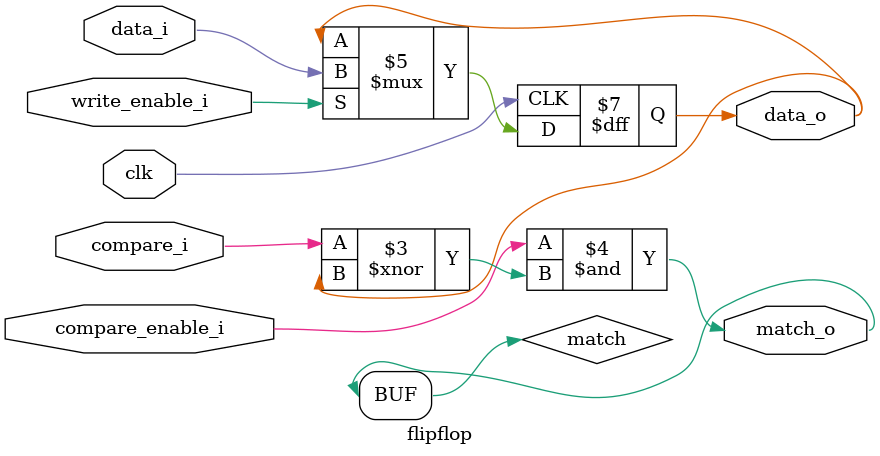
<source format=sv>
module flipflop
(
    input clk,
    input data_i,
    input write_enable_i,
    input compare_enable_i,
    input compare_i,
    output reg data_o,
    output match_o
);

   always_ff @(negedge clk) begin
      if (write_enable_i) data_o <= data_i;
   end

   logic match;
   
   always_comb begin
      match = compare_enable_i & (compare_i ~^ data_o);
   end

   assign match_o = match;
  
endmodule




</source>
